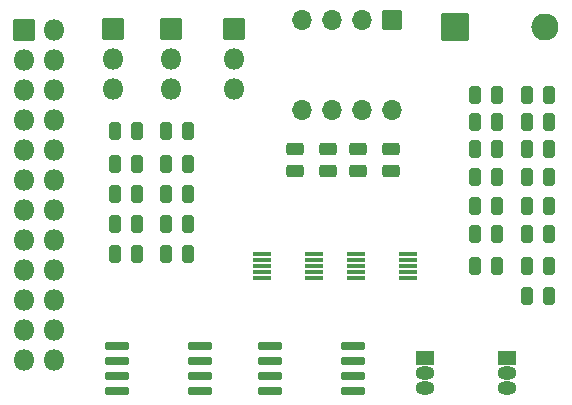
<source format=gts>
%TF.GenerationSoftware,KiCad,Pcbnew,(6.0.2)*%
%TF.CreationDate,2022-04-01T15:45:15-05:00*%
%TF.ProjectId,bassDrum,62617373-4472-4756-9d2e-6b696361645f,rev?*%
%TF.SameCoordinates,Original*%
%TF.FileFunction,Soldermask,Top*%
%TF.FilePolarity,Negative*%
%FSLAX46Y46*%
G04 Gerber Fmt 4.6, Leading zero omitted, Abs format (unit mm)*
G04 Created by KiCad (PCBNEW (6.0.2)) date 2022-04-01 15:45:15*
%MOMM*%
%LPD*%
G01*
G04 APERTURE LIST*
G04 Aperture macros list*
%AMRoundRect*
0 Rectangle with rounded corners*
0 $1 Rounding radius*
0 $2 $3 $4 $5 $6 $7 $8 $9 X,Y pos of 4 corners*
0 Add a 4 corners polygon primitive as box body*
4,1,4,$2,$3,$4,$5,$6,$7,$8,$9,$2,$3,0*
0 Add four circle primitives for the rounded corners*
1,1,$1+$1,$2,$3*
1,1,$1+$1,$4,$5*
1,1,$1+$1,$6,$7*
1,1,$1+$1,$8,$9*
0 Add four rect primitives between the rounded corners*
20,1,$1+$1,$2,$3,$4,$5,0*
20,1,$1+$1,$4,$5,$6,$7,0*
20,1,$1+$1,$6,$7,$8,$9,0*
20,1,$1+$1,$8,$9,$2,$3,0*%
G04 Aperture macros list end*
%ADD10RoundRect,0.050000X-0.700000X-0.150000X0.700000X-0.150000X0.700000X0.150000X-0.700000X0.150000X0*%
%ADD11RoundRect,0.200000X-0.800000X-0.150000X0.800000X-0.150000X0.800000X0.150000X-0.800000X0.150000X0*%
%ADD12O,1.700000X1.700000*%
%ADD13RoundRect,0.050000X-0.800000X0.800000X-0.800000X-0.800000X0.800000X-0.800000X0.800000X0.800000X0*%
%ADD14RoundRect,0.293750X-0.456250X0.243750X-0.456250X-0.243750X0.456250X-0.243750X0.456250X0.243750X0*%
%ADD15RoundRect,0.293750X0.243750X0.456250X-0.243750X0.456250X-0.243750X-0.456250X0.243750X-0.456250X0*%
%ADD16RoundRect,0.293750X-0.243750X-0.456250X0.243750X-0.456250X0.243750X0.456250X-0.243750X0.456250X0*%
%ADD17RoundRect,0.050000X-0.750000X0.525000X-0.750000X-0.525000X0.750000X-0.525000X0.750000X0.525000X0*%
%ADD18O,1.600000X1.150000*%
%ADD19O,1.800000X1.800000*%
%ADD20RoundRect,0.050000X-0.850000X-0.850000X0.850000X-0.850000X0.850000X0.850000X-0.850000X0.850000X0*%
%ADD21O,2.300000X2.300000*%
%ADD22RoundRect,0.050000X-1.100000X-1.100000X1.100000X-1.100000X1.100000X1.100000X-1.100000X1.100000X0*%
G04 APERTURE END LIST*
D10*
%TO.C,U4*%
X147361000Y-99076000D03*
X147361000Y-99576000D03*
X147361000Y-100076000D03*
X147361000Y-100576000D03*
X147361000Y-101076000D03*
X142961000Y-101076000D03*
X142961000Y-100576000D03*
X142961000Y-100076000D03*
X142961000Y-99576000D03*
X142961000Y-99076000D03*
%TD*%
D11*
%TO.C,U3*%
X142692000Y-106857800D03*
X142692000Y-108127800D03*
X142692000Y-109397800D03*
X142692000Y-110667800D03*
X135692000Y-110667800D03*
X135692000Y-109397800D03*
X135692000Y-108127800D03*
X135692000Y-106857800D03*
%TD*%
D10*
%TO.C,U2*%
X139446000Y-99076000D03*
X139446000Y-99576000D03*
X139446000Y-100076000D03*
X139446000Y-100576000D03*
X139446000Y-101076000D03*
X135046000Y-101076000D03*
X135046000Y-100576000D03*
X135046000Y-100076000D03*
X135046000Y-99576000D03*
X135046000Y-99076000D03*
%TD*%
D11*
%TO.C,U1*%
X129738000Y-106883200D03*
X129738000Y-108153200D03*
X129738000Y-109423200D03*
X129738000Y-110693200D03*
X122738000Y-110693200D03*
X122738000Y-109423200D03*
X122738000Y-108153200D03*
X122738000Y-106883200D03*
%TD*%
D12*
%TO.C,SW2*%
X146050000Y-86868000D03*
X138430000Y-79248000D03*
X143510000Y-86868000D03*
X140970000Y-79248000D03*
X140970000Y-86868000D03*
X143510000Y-79248000D03*
X138430000Y-86868000D03*
D13*
X146050000Y-79248000D03*
%TD*%
D14*
%TO.C,R20*%
X140589000Y-92045000D03*
X140589000Y-90170000D03*
%TD*%
%TO.C,R19*%
X137795000Y-92045000D03*
X137795000Y-90170000D03*
%TD*%
D15*
%TO.C,R17*%
X153065000Y-100076000D03*
X154940000Y-100076000D03*
%TD*%
%TO.C,R16*%
X157431500Y-97409000D03*
X159306500Y-97409000D03*
%TD*%
D16*
%TO.C,R15*%
X159306500Y-102616000D03*
X157431500Y-102616000D03*
%TD*%
D14*
%TO.C,R14*%
X145923000Y-92045000D03*
X145923000Y-90170000D03*
%TD*%
%TO.C,R13*%
X143129000Y-92045000D03*
X143129000Y-90170000D03*
%TD*%
D16*
%TO.C,R11*%
X128778000Y-99060000D03*
X126903000Y-99060000D03*
%TD*%
%TO.C,R10*%
X128778000Y-88646000D03*
X126903000Y-88646000D03*
%TD*%
%TO.C,R9*%
X124430000Y-88646000D03*
X122555000Y-88646000D03*
%TD*%
%TO.C,R8*%
X128778000Y-93980000D03*
X126903000Y-93980000D03*
%TD*%
%TO.C,R7*%
X128778000Y-96520000D03*
X126903000Y-96520000D03*
%TD*%
%TO.C,R6*%
X124430000Y-96520000D03*
X122555000Y-96520000D03*
%TD*%
%TO.C,R5*%
X159306500Y-92583000D03*
X157431500Y-92583000D03*
%TD*%
%TO.C,R4*%
X154940000Y-90170000D03*
X153065000Y-90170000D03*
%TD*%
%TO.C,R3*%
X159306500Y-87884000D03*
X157431500Y-87884000D03*
%TD*%
%TO.C,R2*%
X159306500Y-90170000D03*
X157431500Y-90170000D03*
%TD*%
%TO.C,R1*%
X154940000Y-87884000D03*
X153065000Y-87884000D03*
%TD*%
D17*
%TO.C,Q2*%
X155803600Y-107899200D03*
D18*
X155803600Y-110439200D03*
X155803600Y-109169200D03*
%TD*%
D17*
%TO.C,Q1*%
X148818600Y-107899200D03*
D18*
X148818600Y-110439200D03*
X148818600Y-109169200D03*
%TD*%
D19*
%TO.C,J5*%
X132689600Y-85090000D03*
X132689600Y-82550000D03*
D20*
X132689600Y-80010000D03*
%TD*%
D19*
%TO.C,J3*%
X127355600Y-85090000D03*
X127355600Y-82550000D03*
D20*
X127355600Y-80010000D03*
%TD*%
D19*
%TO.C,J2*%
X122428000Y-85090000D03*
X122428000Y-82550000D03*
D20*
X122428000Y-80010000D03*
%TD*%
D19*
%TO.C,J1*%
X117434400Y-108031200D03*
X114894400Y-108031200D03*
X117434400Y-105491200D03*
X114894400Y-105491200D03*
X117434400Y-102951200D03*
X114894400Y-102951200D03*
X117434400Y-100411200D03*
X114894400Y-100411200D03*
X117434400Y-97871200D03*
X114894400Y-97871200D03*
X117434400Y-95331200D03*
X114894400Y-95331200D03*
X117434400Y-92791200D03*
X114894400Y-92791200D03*
X117434400Y-90251200D03*
X114894400Y-90251200D03*
X117434400Y-87711200D03*
X114894400Y-87711200D03*
X117434400Y-85171200D03*
X114894400Y-85171200D03*
X117434400Y-82631200D03*
X114894400Y-82631200D03*
X117434400Y-80091200D03*
D20*
X114894400Y-80091200D03*
%TD*%
D21*
%TO.C,D1*%
X159004000Y-79883000D03*
D22*
X151384000Y-79883000D03*
%TD*%
D15*
%TO.C,C12*%
X153065000Y-94996000D03*
X154940000Y-94996000D03*
%TD*%
%TO.C,C11*%
X157431500Y-85598000D03*
X159306500Y-85598000D03*
%TD*%
%TO.C,C9*%
X157431500Y-100076000D03*
X159306500Y-100076000D03*
%TD*%
%TO.C,C8*%
X153065000Y-92583000D03*
X154940000Y-92583000D03*
%TD*%
D16*
%TO.C,C7*%
X154940000Y-97409000D03*
X153065000Y-97409000D03*
%TD*%
D15*
%TO.C,C6*%
X122555000Y-99060000D03*
X124430000Y-99060000D03*
%TD*%
D16*
%TO.C,C5*%
X128778000Y-91440000D03*
X126903000Y-91440000D03*
%TD*%
%TO.C,C4*%
X124430000Y-91440000D03*
X122555000Y-91440000D03*
%TD*%
D15*
%TO.C,C3*%
X122555000Y-93980000D03*
X124430000Y-93980000D03*
%TD*%
%TO.C,C2*%
X157431500Y-94996000D03*
X159306500Y-94996000D03*
%TD*%
D16*
%TO.C,C1*%
X154940000Y-85598000D03*
X153065000Y-85598000D03*
%TD*%
M02*

</source>
